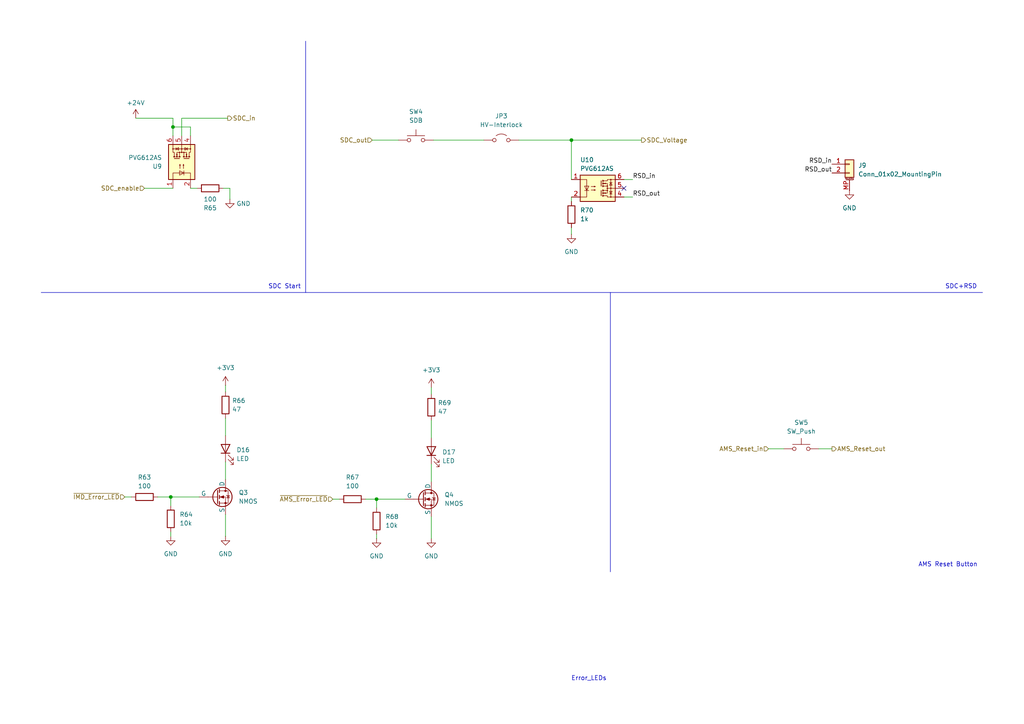
<source format=kicad_sch>
(kicad_sch (version 20231120) (generator "eeschema") (generator_version "8.0")
  (paper "A4")
  (lib_symbols
    (symbol "Connector_Generic_MountingPin:Conn_01x02_MountingPin" (pin_names (offset 1.016) hide)
      (property "Reference" "J" (at 0 2.54 0))
      (property "Value" "Conn_01x02_MountingPin" (at 1.27 -5.08 0))
      (symbol "Conn_01x02_MountingPin_1_1"
        (rectangle (start -1.27 -2.413) (end 0 -2.667) (stroke (width 0.1524)))
        (rectangle (start -1.27 0.127) (end 0 -0.127) (stroke (width 0.1524)))
        (rectangle (start -1.27 1.27) (end 1.27 -3.81) (stroke (width 0.254)) (fill (type background)))
        (polyline (pts (xy -1.016 -4.572) (xy 1.016 -4.572)) (stroke (width 0.1524)))
        (text "Mounting" (at 0 -4.191 0) (effects (font (size 0.381 0.381))))
        (pin passive line (at -5.08 0 0) (length 3.81) (name "Pin_1") (number "1"))
        (pin passive line (at -5.08 -2.54 0) (length 3.81) (name "Pin_2") (number "2"))
        (pin passive line (at 0 -7.62 90) (length 3.048) (name "MountPin") (number "MP"))
      )
    )
    (symbol "Device:LED" (pin_numbers hide) (pin_names (offset 1.016) hide)
      (property "Reference" "D" (at 0 2.54 0))
      (property "Value" "LED" (at 0 -2.54 0))
      (symbol "LED_0_1"
        (polyline (pts (xy -1.27 -1.27) (xy -1.27 1.27)) (stroke (width 0.254)))
        (polyline (pts (xy -1.27 0) (xy 1.27 0)))
        (polyline (pts (xy 1.27 -1.27) (xy 1.27 1.27) (xy -1.27 0) (xy 1.27 -1.27)) (stroke (width 0.254)))
        (polyline (pts (xy -3.048 -0.762) (xy -4.572 -2.286) (xy -3.81 -2.286) (xy -4.572 -2.286) (xy -4.572 -1.524)))
        (polyline (pts (xy -1.778 -0.762) (xy -3.302 -2.286) (xy -2.54 -2.286) (xy -3.302 -2.286) (xy -3.302 -1.524)))
      )
      (symbol "LED_1_1"
        (pin passive line (at -3.81 0 0) (length 2.54) (name "K") (number "1"))
        (pin passive line (at 3.81 0 180) (length 2.54) (name "A") (number "2"))
      )
    )
    (symbol "Device:R" (pin_numbers hide) (pin_names (offset 0))
      (property "Reference" "R" (at 2.032 0 90))
      (property "Value" "R" (at 0 0 90))
      (symbol "R_0_1"
        (rectangle (start -1.016 -2.54) (end 1.016 2.54) (stroke (width 0.254)))
      )
      (symbol "R_1_1"
        (pin passive line (at 0 3.81 270) (length 1.27) (name "~") (number "1"))
        (pin passive line (at 0 -3.81 90) (length 1.27) (name "~") (number "2"))
      )
    )
    (symbol "FaSTTUBe_Power-Switches:PVG612AS"
      (property "Reference" "U" (at -3.81 5.08 0))
      (property "Value" "PVG612AS" (at 0 -5.08 0))
      (symbol "PVG612AS_0_1"
        (rectangle (start -5.08 3.81) (end 5.08 -3.81) (stroke (width 0.254)) (fill (type background)))
        (polyline (pts (xy -3.81 -0.635) (xy -2.54 -0.635)))
        (polyline (pts (xy 1.016 -0.635) (xy 1.016 -2.159)) (stroke (width 0.2032)))
        (polyline (pts (xy 1.016 2.159) (xy 1.016 0.635)) (stroke (width 0.2032)))
        (polyline (pts (xy 1.524 -0.508) (xy 1.524 -0.762)) (stroke (width 0.3556)))
        (polyline (pts (xy 2.794 0) (xy 5.08 0)))
        (polyline (pts (xy 3.429 -1.651) (xy 4.191 -1.651)))
        (polyline (pts (xy 3.429 1.651) (xy 4.191 1.651)))
        (polyline (pts (xy 3.81 -2.54) (xy 3.81 2.54)))
        (polyline (pts (xy 1.524 -2.032) (xy 1.524 -2.286) (xy 1.524 -2.286)) (stroke (width 0.3556)))
        (polyline (pts (xy 1.524 -1.27) (xy 1.524 -1.524) (xy 1.524 -1.524)) (stroke (width 0.3556)))
        (polyline (pts (xy 1.524 0.762) (xy 1.524 0.508) (xy 1.524 0.508)) (stroke (width 0.3556)))
        (polyline (pts (xy 1.524 1.524) (xy 1.524 1.27) (xy 1.524 1.27)) (stroke (width 0.3556)))
        (polyline (pts (xy 1.524 2.286) (xy 1.524 2.032) (xy 1.524 2.032)) (stroke (width 0.3556)))
        (polyline (pts (xy 1.651 -1.397) (xy 2.794 -1.397) (xy 2.794 -0.635)))
        (polyline (pts (xy 1.651 1.397) (xy 2.794 1.397) (xy 2.794 0.635)))
        (polyline (pts (xy -5.08 2.54) (xy -3.175 2.54) (xy -3.175 -2.54) (xy -5.08 -2.54)))
        (polyline (pts (xy -3.175 -0.635) (xy -3.81 0.635) (xy -2.54 0.635) (xy -3.175 -0.635)))
        (polyline (pts (xy 1.651 -2.159) (xy 2.794 -2.159) (xy 2.794 -2.54) (xy 5.08 -2.54)))
        (polyline (pts (xy 1.651 -0.635) (xy 2.794 -0.635) (xy 2.794 0.635) (xy 1.651 0.635)))
        (polyline (pts (xy 1.651 2.159) (xy 2.794 2.159) (xy 2.794 2.54) (xy 5.08 2.54)))
        (polyline (pts (xy 1.778 -1.397) (xy 2.286 -1.27) (xy 2.286 -1.524) (xy 1.778 -1.397)))
        (polyline (pts (xy 1.778 1.397) (xy 2.286 1.524) (xy 2.286 1.27) (xy 1.778 1.397)))
        (polyline (pts (xy 3.81 -1.651) (xy 3.429 -0.889) (xy 4.191 -0.889) (xy 3.81 -1.651)))
        (polyline (pts (xy 3.81 1.651) (xy 3.429 0.889) (xy 4.191 0.889) (xy 3.81 1.651)))
        (polyline (pts (xy -1.905 -0.508) (xy -0.635 -0.508) (xy -1.016 -0.635) (xy -1.016 -0.381) (xy -0.635 -0.508)))
        (polyline (pts (xy -1.905 0.508) (xy -0.635 0.508) (xy -1.016 0.381) (xy -1.016 0.635) (xy -0.635 0.508)))
        (circle (center 2.794 -0.635) (radius 0.127))
        (circle (center 2.794 0) (radius 0.127))
        (circle (center 2.794 0.635) (radius 0.127))
        (circle (center 3.81 -2.54) (radius 0.127))
        (circle (center 3.81 0) (radius 0.127))
        (circle (center 3.81 2.54) (radius 0.127))
      )
      (symbol "PVG612AS_1_1"
        (pin passive line (at -7.62 2.54 0) (length 2.54) (name "~") (number "1"))
        (pin passive line (at -7.62 -2.54 0) (length 2.54) (name "~") (number "2"))
        (pin no_connect line (at -5.08 0 0) (length 2.54) hide (name "~") (number "3"))
        (pin passive line (at 7.62 -2.54 180) (length 2.54) (name "~") (number "4"))
        (pin passive line (at 7.62 0 180) (length 2.54) (name "~") (number "5"))
        (pin passive line (at 7.62 2.54 180) (length 2.54) (name "~") (number "6"))
      )
    )
    (symbol "Jumper:Jumper_2_Open" (pin_numbers hide) (pin_names (offset 0) hide) (exclude_from_sim yes)
      (property "Reference" "JP" (at 0 2.794 0))
      (property "Value" "Jumper_2_Open" (at 0 -2.286 0))
      (symbol "Jumper_2_Open_0_0"
        (circle (center -2.032 0) (radius 0.508))
        (circle (center 2.032 0) (radius 0.508))
      )
      (symbol "Jumper_2_Open_0_1"
        (arc (start 1.524 1.27) (mid 0 1.778) (end -1.524 1.27))
      )
      (symbol "Jumper_2_Open_1_1"
        (pin passive line (at -5.08 0 0) (length 2.54) (name "A") (number "1"))
        (pin passive line (at 5.08 0 180) (length 2.54) (name "B") (number "2"))
      )
    )
    (symbol "Simulation_SPICE:NMOS" (pin_numbers hide) (pin_names (offset 0))
      (property "Reference" "Q" (at 5.08 1.27 0))
      (property "Value" "NMOS" (at 5.08 -1.27 0))
      (symbol "NMOS_0_1"
        (polyline (pts (xy 0.254 0) (xy -2.54 0)))
        (polyline (pts (xy 0.254 1.905) (xy 0.254 -1.905)) (stroke (width 0.254)))
        (polyline (pts (xy 0.762 -1.27) (xy 0.762 -2.286)) (stroke (width 0.254)))
        (polyline (pts (xy 0.762 0.508) (xy 0.762 -0.508)) (stroke (width 0.254)))
        (polyline (pts (xy 0.762 2.286) (xy 0.762 1.27)) (stroke (width 0.254)))
        (polyline (pts (xy 2.54 2.54) (xy 2.54 1.778)))
        (polyline (pts (xy 2.54 -2.54) (xy 2.54 0) (xy 0.762 0)))
        (polyline (pts (xy 0.762 -1.778) (xy 3.302 -1.778) (xy 3.302 1.778) (xy 0.762 1.778)))
        (polyline (pts (xy 1.016 0) (xy 2.032 0.381) (xy 2.032 -0.381) (xy 1.016 0)) (fill (type outline)))
        (polyline (pts (xy 2.794 0.508) (xy 2.921 0.381) (xy 3.683 0.381) (xy 3.81 0.254)))
        (polyline (pts (xy 3.302 0.381) (xy 2.921 -0.254) (xy 3.683 -0.254) (xy 3.302 0.381)))
        (circle (center 1.651 0) (radius 2.794) (stroke (width 0.254)))
        (circle (center 2.54 -1.778) (radius 0.254) (fill (type outline)))
        (circle (center 2.54 1.778) (radius 0.254) (fill (type outline)))
      )
      (symbol "NMOS_1_1"
        (pin passive line (at 2.54 5.08 270) (length 2.54) (name "D") (number "1"))
        (pin input line (at -5.08 0 0) (length 2.54) (name "G") (number "2"))
        (pin passive line (at 2.54 -5.08 90) (length 2.54) (name "S") (number "3"))
      )
    )
    (symbol "Switch:SW_Push" (pin_numbers hide) (pin_names (offset 1.016) hide)
      (property "Reference" "SW" (at 1.27 2.54 0))
      (property "Value" "SW_Push" (at 0 -1.524 0))
      (symbol "SW_Push_0_1"
        (circle (center -2.032 0) (radius 0.508))
        (polyline (pts (xy 0 1.27) (xy 0 3.048)))
        (polyline (pts (xy 2.54 1.27) (xy -2.54 1.27)))
        (circle (center 2.032 0) (radius 0.508))
        (pin passive line (at -5.08 0 0) (length 2.54) (name "1") (number "1"))
        (pin passive line (at 5.08 0 180) (length 2.54) (name "2") (number "2"))
      )
    )
    (symbol "power:+24V" (power) (pin_numbers hide) (pin_names (offset 0) hide)
      (property "Value" "+24V" (at 0 3.556 0))
      (symbol "+24V_0_1"
        (polyline (pts (xy -0.762 1.27) (xy 0 2.54)))
        (polyline (pts (xy 0 0) (xy 0 2.54)))
        (polyline (pts (xy 0 2.54) (xy 0.762 1.27)))
      )
      (symbol "+24V_1_1"
        (pin power_in line (at 0 0 90) (length 0) (name "~") (number "1"))
      )
    )
    (symbol "power:+3V3" (power) (pin_numbers hide) (pin_names (offset 0) hide)
      (property "Value" "+3V3" (at 0 3.556 0))
      (symbol "+3V3_0_1"
        (polyline (pts (xy -0.762 1.27) (xy 0 2.54)))
        (polyline (pts (xy 0 0) (xy 0 2.54)))
        (polyline (pts (xy 0 2.54) (xy 0.762 1.27)))
      )
      (symbol "+3V3_1_1"
        (pin power_in line (at 0 0 90) (length 0) (name "~") (number "1"))
      )
    )
    (symbol "power:GND" (power) (pin_numbers hide) (pin_names (offset 0) hide)
      (property "Value" "GND" (at 0 -3.81 0))
      (symbol "GND_0_1"
        (polyline (pts (xy 0 0) (xy 0 -1.27) (xy 1.27 -1.27) (xy 0 -2.54) (xy -1.27 -1.27) (xy 0 -1.27)))
      )
      (symbol "GND_1_1"
        (pin power_in line (at 0 0 270) (length 0) (name "~") (number "1"))
      )
    )
  )
  (junction (at 50.165 36.83))
  (junction (at 165.735 40.64))
  (junction (at 109.22 144.78))
  (junction (at 49.53 144.145))
  (no_connect (at 180.975 54.61))
  (wire (pts (xy 237.49 130.175) (xy 241.3 130.175)))
  (wire (pts (xy 36.195 144.145) (xy 38.1 144.145)))
  (wire (pts (xy 96.52 144.78) (xy 98.425 144.78)))
  (wire (pts (xy 222.885 130.175) (xy 227.33 130.175)))
  (wire (pts (xy 65.405 149.225) (xy 65.405 155.575)))
  (wire (pts (xy 39.37 34.29) (xy 50.165 34.29)))
  (wire (pts (xy 55.245 39.37) (xy 55.245 36.83)))
  (wire (pts (xy 109.22 144.78) (xy 109.22 147.32)))
  (wire (pts (xy 64.77 54.61) (xy 66.675 54.61)))
  (wire (pts (xy 183.515 52.07) (xy 180.975 52.07)))
  (wire (pts (xy 107.95 40.64) (xy 115.57 40.64)))
  (wire (pts (xy 125.095 149.86) (xy 125.095 156.21)))
  (polyline (pts (xy 88.646 11.938) (xy 88.646 84.836)))
  (wire (pts (xy 180.975 57.15) (xy 183.515 57.15)))
  (wire (pts (xy 50.165 39.37) (xy 50.165 36.83)))
  (polyline (pts (xy 11.938 84.836) (xy 284.988 84.836)))
  (wire (pts (xy 125.095 134.62) (xy 125.095 139.7)))
  (wire (pts (xy 106.045 144.78) (xy 109.22 144.78)))
  (wire (pts (xy 165.735 40.64) (xy 186.055 40.64)))
  (wire (pts (xy 165.735 66.04) (xy 165.735 67.945)))
  (wire (pts (xy 165.735 57.15) (xy 165.735 58.42)))
  (wire (pts (xy 165.735 40.64) (xy 165.735 52.07)))
  (wire (pts (xy 125.095 112.395) (xy 125.095 114.3)))
  (wire (pts (xy 49.53 144.145) (xy 57.785 144.145)))
  (wire (pts (xy 45.72 144.145) (xy 49.53 144.145)))
  (wire (pts (xy 41.91 54.61) (xy 50.165 54.61)))
  (wire (pts (xy 65.405 111.76) (xy 65.405 113.665)))
  (wire (pts (xy 65.405 121.285) (xy 65.405 126.365)))
  (wire (pts (xy 66.675 54.61) (xy 66.675 57.785)))
  (wire (pts (xy 50.165 36.83) (xy 55.245 36.83)))
  (polyline (pts (xy 177.038 84.836) (xy 177.038 165.862)))
  (wire (pts (xy 52.705 34.29) (xy 66.04 34.29)))
  (wire (pts (xy 49.53 144.145) (xy 49.53 146.685)))
  (wire (pts (xy 52.705 39.37) (xy 52.705 34.29)))
  (wire (pts (xy 150.495 40.64) (xy 165.735 40.64)))
  (wire (pts (xy 125.73 40.64) (xy 140.335 40.64)))
  (wire (pts (xy 50.165 36.83) (xy 50.165 34.29)))
  (wire (pts (xy 55.245 54.61) (xy 57.15 54.61)))
  (wire (pts (xy 125.095 121.92) (xy 125.095 127)))
  (wire (pts (xy 109.22 144.78) (xy 117.475 144.78)))
  (wire (pts (xy 109.22 156.21) (xy 109.22 154.94)))
  (wire (pts (xy 49.53 155.575) (xy 49.53 154.305)))
  (wire (pts (xy 65.405 133.985) (xy 65.405 139.065)))
  (text "AMS Reset Button" (at 274.955 163.83 0) (effects (font (size 1.27 1.27))))
  (text "Error_LEDs" (at 170.815 196.85 0) (effects (font (size 1.27 1.27))))
  (text "SDC+RSD" (at 278.765 83.185 0) (effects (font (size 1.27 1.27))))
  (text "SDC Start" (at 82.55 83.185 0) (effects (font (size 1.27 1.27))))
  (label "RSD_out" (at 241.3 50.165 180))
  (label "RSD_in" (at 183.515 52.07 0))
  (label "RSD_out" (at 183.515 57.15 0))
  (label "RSD_in" (at 241.3 47.625 180))
  (hierarchical_label "SDC_out" (shape input) (at 107.95 40.64 180))
  (hierarchical_label "~{AMS_Error_LED}" (shape input) (at 96.52 144.78 180))
  (hierarchical_label "~{IMD_Error_LED}" (shape input) (at 36.195 144.145 180))
  (hierarchical_label "SDC_in" (shape output) (at 66.04 34.29 0))
  (hierarchical_label "AMS_Reset_in" (shape input) (at 222.885 130.175 180))
  (hierarchical_label "SDC_enable" (shape input) (at 41.91 54.61 180))
  (hierarchical_label "SDC_Voltage" (shape output) (at 186.055 40.64 0))
  (hierarchical_label "AMS_Reset_out" (shape output) (at 241.3 130.175 0))
  (symbol (lib_id "Device:R") (at 125.095 118.11 180) (unit 1)
    (property "Reference" "R69" (at 127 116.8399 0) (effects (justify right)))
    (property "Value" "47" (at 127 119.3799 0) (effects (justify right)))
    (property "Footprint" "Resistor_SMD:R_1206_3216Metric" (effects (hide yes)))
    (property "Datasheet" "CRGCQ1206F15R" (effects (hide yes)))
    (property "Description" "Resistor" (effects (hide yes)))
  )
  (symbol (lib_id "Device:R") (at 41.91 144.145 270) (unit 1)
    (property "Reference" "R63" (at 41.91 138.43 90))
    (property "Value" "100" (at 41.91 140.97 90))
    (property "Footprint" "Resistor_SMD:R_0603_1608Metric" (effects (hide yes)))
    (property "Description" "Resistor" (effects (hide yes)))
  )
  (symbol (lib_id "Device:R") (at 49.53 150.495 180) (unit 1)
    (property "Reference" "R64" (at 52.07 149.2249 0) (effects (justify right)))
    (property "Value" "10k" (at 52.07 151.7649 0) (effects (justify right)))
    (property "Footprint" "Resistor_SMD:R_0603_1608Metric" (effects (hide yes)))
    (property "Description" "Resistor" (effects (hide yes)))
  )
  (symbol (lib_id "power:GND") (at 66.675 57.785 0) (mirror y) (unit 1)
    (property "Reference" "#PWR0117" (effects (hide yes)))
    (property "Value" "GND" (at 68.58 59.0549 0) (effects (justify right)))
    (property "Description" "Power symbol creates a global label with name \"GND\" , ground" (effects (hide yes)))
  )
  (symbol (lib_id "power:GND") (at 109.22 156.21 0) (unit 1)
    (property "Reference" "#PWR0118" (effects (hide yes)))
    (property "Value" "GND" (at 109.22 161.29 0))
    (property "Description" "Power symbol creates a global label with name \"GND\" , ground" (effects (hide yes)))
  )
  (symbol (lib_id "Device:R") (at 65.405 117.475 180) (unit 1)
    (property "Reference" "R66" (at 67.31 116.2049 0) (effects (justify right)))
    (property "Value" "47" (at 67.31 118.7449 0) (effects (justify right)))
    (property "Footprint" "Resistor_SMD:R_1206_3216Metric" (effects (hide yes)))
    (property "Datasheet" "CRGCQ1206F15R" (effects (hide yes)))
    (property "Description" "Resistor" (effects (hide yes)))
  )
  (symbol (lib_id "Device:R") (at 165.735 62.23 180) (unit 1)
    (property "Reference" "R70" (at 168.275 60.9599 0) (effects (justify right)))
    (property "Value" "1k" (at 168.275 63.4999 0) (effects (justify right)))
    (property "Footprint" "Resistor_SMD:R_1206_3216Metric" (effects (hide yes)))
    (property "Datasheet" "CHP1206-FX-1001ELF" (effects (hide yes)))
    (property "Description" "Resistor" (effects (hide yes)))
  )
  (symbol (lib_id "power:GND") (at 246.38 55.245 0) (unit 1)
    (property "Reference" "#PWR0122" (effects (hide yes)))
    (property "Value" "GND" (at 246.38 60.325 0))
    (property "Description" "Power symbol creates a global label with name \"GND\" , ground" (effects (hide yes)))
  )
  (symbol (lib_id "power:+3V3") (at 65.405 111.76 0) (unit 1)
    (property "Reference" "#PWR0115" (effects (hide yes)))
    (property "Value" "+3V3" (at 65.405 106.68 0))
    (property "Description" "Power symbol creates a global label with name \"+3V3\"" (effects (hide yes)))
  )
  (symbol (lib_id "Simulation_SPICE:NMOS") (at 62.865 144.145 0) (unit 1)
    (property "Reference" "Q3" (at 69.215 142.8749 0) (effects (justify left)))
    (property "Value" "NMOS" (at 69.215 145.4149 0) (effects (justify left)))
    (property "Footprint" "Package_TO_SOT_SMD:SOT-23-3" (effects (hide yes)))
    (property "Datasheet" "https://ngspice.sourceforge.io/docs/ngspice-html-manual/manual.xhtml#cha_MOSFETs" (effects (hide yes)))
    (property "Description" "N-MOSFET transistor, drain/source/gate" (effects (hide yes)))
    (property "Sim.Device" "NMOS" (effects (hide yes)))
    (property "Sim.Type" "VDMOS" (effects (hide yes)))
    (property "Sim.Pins" "1=D 2=G 3=S" (effects (hide yes)))
  )
  (symbol (lib_id "Device:R") (at 102.235 144.78 270) (unit 1)
    (property "Reference" "R67" (at 102.235 138.43 90))
    (property "Value" "100" (at 102.235 140.97 90))
    (property "Footprint" "Resistor_SMD:R_0603_1608Metric" (effects (hide yes)))
    (property "Description" "Resistor" (effects (hide yes)))
  )
  (symbol (lib_id "Jumper:Jumper_2_Open") (at 145.415 40.64 0) (unit 1) (exclude_from_sim yes)
    (property "Reference" "JP3" (at 145.415 33.655 0))
    (property "Value" "HV-Interlock" (at 145.415 36.195 0))
    (property "Footprint" "FaSTTUBe_connectors:Micro_Mate-N-Lok_2p_vertical" (effects (hide yes)))
    (property "Description" "Jumper, 2-pole, open" (effects (hide yes)))
  )
  (symbol (lib_id "power:GND") (at 49.53 155.575 0) (unit 1)
    (property "Reference" "#PWR0114" (effects (hide yes)))
    (property "Value" "GND" (at 49.53 160.655 0))
    (property "Description" "Power symbol creates a global label with name \"GND\" , ground" (effects (hide yes)))
  )
  (symbol (lib_id "Device:R") (at 60.96 54.61 90) (mirror x) (unit 1)
    (property "Reference" "R65" (at 60.96 60.325 90))
    (property "Value" "100" (at 60.96 57.785 90))
    (property "Footprint" "Resistor_SMD:R_0603_1608Metric" (effects (hide yes)))
    (property "Description" "Resistor" (effects (hide yes)))
  )
  (symbol (lib_id "Device:LED") (at 65.405 130.175 90) (unit 1)
    (property "Reference" "D16" (at 68.58 130.4924 90) (effects (justify right)))
    (property "Value" "LED" (at 68.58 133.0324 90) (effects (justify right)))
    (property "Footprint" "FaSTTUBe_connectors:Micro_Mate-N-Lok_2p_vertical" (effects (hide yes)))
    (property "Description" "Light emitting diode" (effects (hide yes)))
  )
  (symbol (lib_id "Device:R") (at 109.22 151.13 180) (unit 1)
    (property "Reference" "R68" (at 111.76 149.8599 0) (effects (justify right)))
    (property "Value" "10k" (at 111.76 152.3999 0) (effects (justify right)))
    (property "Footprint" "Resistor_SMD:R_0603_1608Metric" (effects (hide yes)))
    (property "Description" "Resistor" (effects (hide yes)))
  )
  (symbol (lib_id "Device:LED") (at 125.095 130.81 90) (unit 1)
    (property "Reference" "D17" (at 128.27 131.1274 90) (effects (justify right)))
    (property "Value" "LED" (at 128.27 133.6674 90) (effects (justify right)))
    (property "Footprint" "FaSTTUBe_connectors:Micro_Mate-N-Lok_2p_vertical" (effects (hide yes)))
    (property "Description" "Light emitting diode" (effects (hide yes)))
  )
  (symbol (lib_id "power:GND") (at 65.405 155.575 0) (unit 1)
    (property "Reference" "#PWR0116" (effects (hide yes)))
    (property "Value" "GND" (at 65.405 160.655 0))
    (property "Description" "Power symbol creates a global label with name \"GND\" , ground" (effects (hide yes)))
  )
  (symbol (lib_id "Switch:SW_Push") (at 120.65 40.64 0) (unit 1)
    (property "Reference" "SW4" (at 120.65 32.385 0))
    (property "Value" "SDB" (at 120.65 34.925 0))
    (property "Footprint" "FaSTTUBe_connectors:Micro_Mate-N-Lok_2p_vertical" (effects (hide yes)))
    (property "Description" "Push button switch, generic, two pins" (effects (hide yes)))
  )
  (symbol (lib_id "power:GND") (at 125.095 156.21 0) (unit 1)
    (property "Reference" "#PWR0120" (effects (hide yes)))
    (property "Value" "GND" (at 125.095 161.29 0))
    (property "Description" "Power symbol creates a global label with name \"GND\" , ground" (effects (hide yes)))
  )
  (symbol (lib_id "Simulation_SPICE:NMOS") (at 122.555 144.78 0) (unit 1)
    (property "Reference" "Q4" (at 128.905 143.5099 0) (effects (justify left)))
    (property "Value" "NMOS" (at 128.905 146.0499 0) (effects (justify left)))
    (property "Footprint" "Package_TO_SOT_SMD:SOT-23-3" (effects (hide yes)))
    (property "Datasheet" "https://ngspice.sourceforge.io/docs/ngspice-html-manual/manual.xhtml#cha_MOSFETs" (effects (hide yes)))
    (property "Description" "N-MOSFET transistor, drain/source/gate" (effects (hide yes)))
    (property "Sim.Device" "NMOS" (effects (hide yes)))
    (property "Sim.Type" "VDMOS" (effects (hide yes)))
    (property "Sim.Pins" "1=D 2=G 3=S" (effects (hide yes)))
  )
  (symbol (lib_id "power:+24V") (at 39.37 34.29 0) (unit 1)
    (property "Reference" "#PWR0113" (effects (hide yes)))
    (property "Value" "+24V" (at 39.37 29.845 0))
    (property "Description" "Power symbol creates a global label with name \"+24V\"" (effects (hide yes)))
  )
  (symbol (lib_id "power:+3V3") (at 125.095 112.395 0) (unit 1)
    (property "Reference" "#PWR0119" (effects (hide yes)))
    (property "Value" "+3V3" (at 125.095 107.315 0))
    (property "Description" "Power symbol creates a global label with name \"+3V3\"" (effects (hide yes)))
  )
  (symbol (lib_id "FaSTTUBe_Power-Switches:PVG612AS") (at 52.705 46.99 90) (unit 1)
    (property "Reference" "U9" (at 46.99 48.2601 90) (effects (justify left)))
    (property "Value" "PVG612AS" (at 46.99 45.7201 90) (effects (justify left)))
    (property "Footprint" "Package_DIP:SMDIP-6_W9.53mm" (effects (hide yes)))
    (property "Datasheet" "https://www.infineon.com/dgdl/Infineon-PVG612A-DataSheet-v01_00-EN.pdf?fileId=5546d462533600a401535683ca14293a" (effects (hide yes)))
    (property "Description" "Photo MOSFET optically coupled, 60VDC, 4A, 35mohm, Isolation 4000 VRMS, SMDIP-6" (effects (hide yes)))
  )
  (symbol (lib_id "Switch:SW_Push") (at 232.41 130.175 0) (unit 1)
    (property "Reference" "SW5" (at 232.41 122.555 0))
    (property "Value" "SW_Push" (at 232.41 125.095 0))
    (property "Footprint" "FaSTTUBe_connectors:Micro_Mate-N-Lok_2p_vertical" (effects (hide yes)))
    (property "Description" "Push button switch, generic, two pins" (effects (hide yes)))
  )
  (symbol (lib_id "Connector_Generic_MountingPin:Conn_01x02_MountingPin") (at 246.38 47.625 0) (unit 1)
    (property "Reference" "J9" (at 248.92 47.9805 0) (effects (justify left)))
    (property "Value" "Conn_01x02_MountingPin" (at 248.92 50.5205 0) (effects (justify left)))
    (property "Footprint" "FaSTTUBe_connectors:Micro_Mate-N-Lok_2p_vertical" (effects (hide yes)))
    (property "Description" "Generic connectable mounting pin connector, single row, 01x02, script generated (kicad-library-utils/schlib/autogen/connector/)" (effects (hide yes)))
  )
  (symbol (lib_id "power:GND") (at 165.735 67.945 0) (unit 1)
    (property "Reference" "#PWR0121" (effects (hide yes)))
    (property "Value" "GND" (at 165.735 73.025 0))
    (property "Description" "Power symbol creates a global label with name \"GND\" , ground" (effects (hide yes)))
  )
  (symbol (lib_id "FaSTTUBe_Power-Switches:PVG612AS") (at 173.355 54.61 0) (unit 1)
    (property "Reference" "U10" (at 168.275 46.355 0) (effects (justify left)))
    (property "Value" "PVG612AS" (at 168.275 48.895 0) (effects (justify left)))
    (property "Footprint" "Package_DIP:SMDIP-6_W9.53mm" (effects (hide yes)))
    (property "Datasheet" "https://www.infineon.com/dgdl/Infineon-PVG612A-DataSheet-v01_00-EN.pdf?fileId=5546d462533600a401535683ca14293a" (effects (hide yes)))
    (property "Description" "Photo MOSFET optically coupled, 60VDC, 4A, 35mohm, Isolation 4000 VRMS, SMDIP-6" (effects (hide yes)))
  )
)
</source>
